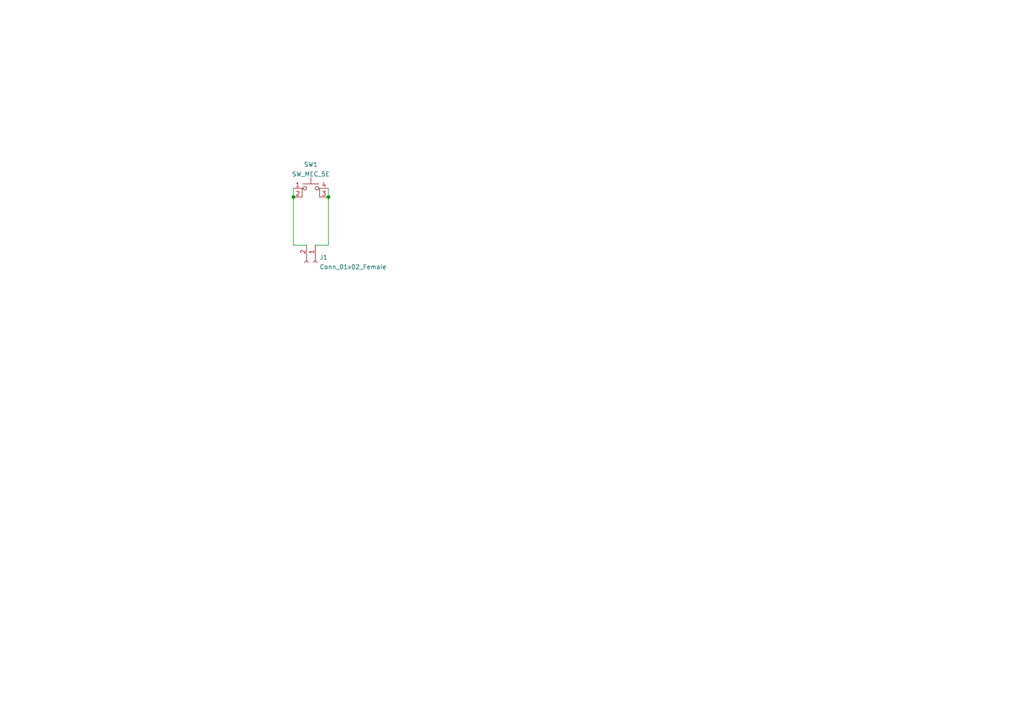
<source format=kicad_sch>
(kicad_sch (version 20211123) (generator eeschema)

  (uuid 93f9a4ec-6178-4177-96ea-b1e29968ed97)

  (paper "A4")

  (lib_symbols
    (symbol "Connector:Conn_01x02_Female" (pin_names (offset 1.016) hide) (in_bom yes) (on_board yes)
      (property "Reference" "J" (id 0) (at 0 2.54 0)
        (effects (font (size 1.27 1.27)))
      )
      (property "Value" "Conn_01x02_Female" (id 1) (at 0 -5.08 0)
        (effects (font (size 1.27 1.27)))
      )
      (property "Footprint" "" (id 2) (at 0 0 0)
        (effects (font (size 1.27 1.27)) hide)
      )
      (property "Datasheet" "~" (id 3) (at 0 0 0)
        (effects (font (size 1.27 1.27)) hide)
      )
      (property "ki_keywords" "connector" (id 4) (at 0 0 0)
        (effects (font (size 1.27 1.27)) hide)
      )
      (property "ki_description" "Generic connector, single row, 01x02, script generated (kicad-library-utils/schlib/autogen/connector/)" (id 5) (at 0 0 0)
        (effects (font (size 1.27 1.27)) hide)
      )
      (property "ki_fp_filters" "Connector*:*_1x??_*" (id 6) (at 0 0 0)
        (effects (font (size 1.27 1.27)) hide)
      )
      (symbol "Conn_01x02_Female_1_1"
        (arc (start 0 -2.032) (mid -0.508 -2.54) (end 0 -3.048)
          (stroke (width 0.1524) (type default) (color 0 0 0 0))
          (fill (type none))
        )
        (polyline
          (pts
            (xy -1.27 -2.54)
            (xy -0.508 -2.54)
          )
          (stroke (width 0.1524) (type default) (color 0 0 0 0))
          (fill (type none))
        )
        (polyline
          (pts
            (xy -1.27 0)
            (xy -0.508 0)
          )
          (stroke (width 0.1524) (type default) (color 0 0 0 0))
          (fill (type none))
        )
        (arc (start 0 0.508) (mid -0.508 0) (end 0 -0.508)
          (stroke (width 0.1524) (type default) (color 0 0 0 0))
          (fill (type none))
        )
        (pin passive line (at -5.08 0 0) (length 3.81)
          (name "Pin_1" (effects (font (size 1.27 1.27))))
          (number "1" (effects (font (size 1.27 1.27))))
        )
        (pin passive line (at -5.08 -2.54 0) (length 3.81)
          (name "Pin_2" (effects (font (size 1.27 1.27))))
          (number "2" (effects (font (size 1.27 1.27))))
        )
      )
    )
    (symbol "Switch:SW_MEC_5E" (pin_names (offset 1.016) hide) (in_bom yes) (on_board yes)
      (property "Reference" "SW" (id 0) (at 0.635 5.715 0)
        (effects (font (size 1.27 1.27)) (justify left))
      )
      (property "Value" "SW_MEC_5E" (id 1) (at 0 -3.175 0)
        (effects (font (size 1.27 1.27)))
      )
      (property "Footprint" "" (id 2) (at 0 7.62 0)
        (effects (font (size 1.27 1.27)) hide)
      )
      (property "Datasheet" "http://www.apem.com/int/index.php?controller=attachment&id_attachment=1371" (id 3) (at 0 7.62 0)
        (effects (font (size 1.27 1.27)) hide)
      )
      (property "ki_keywords" "switch normally-open pushbutton push-button" (id 4) (at 0 0 0)
        (effects (font (size 1.27 1.27)) hide)
      )
      (property "ki_description" "MEC 5E single pole normally-open tactile switch" (id 5) (at 0 0 0)
        (effects (font (size 1.27 1.27)) hide)
      )
      (property "ki_fp_filters" "SW*MEC*5G*" (id 6) (at 0 0 0)
        (effects (font (size 1.27 1.27)) hide)
      )
      (symbol "SW_MEC_5E_0_1"
        (circle (center -1.778 2.54) (radius 0.508)
          (stroke (width 0) (type default) (color 0 0 0 0))
          (fill (type none))
        )
        (polyline
          (pts
            (xy -2.286 3.81)
            (xy 2.286 3.81)
          )
          (stroke (width 0) (type default) (color 0 0 0 0))
          (fill (type none))
        )
        (polyline
          (pts
            (xy 0 3.81)
            (xy 0 5.588)
          )
          (stroke (width 0) (type default) (color 0 0 0 0))
          (fill (type none))
        )
        (polyline
          (pts
            (xy -2.54 0)
            (xy -2.54 2.54)
            (xy -2.286 2.54)
          )
          (stroke (width 0) (type default) (color 0 0 0 0))
          (fill (type none))
        )
        (polyline
          (pts
            (xy 2.54 0)
            (xy 2.54 2.54)
            (xy 2.286 2.54)
          )
          (stroke (width 0) (type default) (color 0 0 0 0))
          (fill (type none))
        )
        (circle (center 1.778 2.54) (radius 0.508)
          (stroke (width 0) (type default) (color 0 0 0 0))
          (fill (type none))
        )
        (pin passive line (at -5.08 2.54 0) (length 2.54)
          (name "1" (effects (font (size 1.27 1.27))))
          (number "1" (effects (font (size 1.27 1.27))))
        )
        (pin passive line (at -5.08 0 0) (length 2.54)
          (name "2" (effects (font (size 1.27 1.27))))
          (number "2" (effects (font (size 1.27 1.27))))
        )
        (pin passive line (at 5.08 0 180) (length 2.54)
          (name "K" (effects (font (size 1.27 1.27))))
          (number "3" (effects (font (size 1.27 1.27))))
        )
        (pin passive line (at 5.08 2.54 180) (length 2.54)
          (name "A" (effects (font (size 1.27 1.27))))
          (number "4" (effects (font (size 1.27 1.27))))
        )
      )
    )
  )

  (junction (at 95.25 57.15) (diameter 0) (color 0 0 0 0)
    (uuid 6c2ea91d-9d21-4f86-b34e-488254f42828)
  )
  (junction (at 85.09 57.15) (diameter 0) (color 0 0 0 0)
    (uuid c9519dbb-7fda-4b2d-904a-05f32731be38)
  )

  (wire (pts (xy 85.09 71.12) (xy 85.09 57.15))
    (stroke (width 0) (type default) (color 0 0 0 0))
    (uuid 468f1465-a526-429e-822b-774275d0ce38)
  )
  (wire (pts (xy 95.25 71.12) (xy 95.25 57.15))
    (stroke (width 0) (type default) (color 0 0 0 0))
    (uuid 4e3b3fe9-0bb8-4770-9e42-7c6ac66f14a3)
  )
  (wire (pts (xy 88.9 71.12) (xy 85.09 71.12))
    (stroke (width 0) (type default) (color 0 0 0 0))
    (uuid 5606c2c9-8d20-49a7-a220-882fb12b6de9)
  )
  (wire (pts (xy 91.44 71.12) (xy 95.25 71.12))
    (stroke (width 0) (type default) (color 0 0 0 0))
    (uuid a0a4be31-0f7e-49c0-8124-7877d5495614)
  )
  (wire (pts (xy 95.25 57.15) (xy 95.25 54.61))
    (stroke (width 0) (type default) (color 0 0 0 0))
    (uuid dc15a2d0-32dc-479c-b484-dca1980e4759)
  )
  (wire (pts (xy 85.09 57.15) (xy 85.09 54.61))
    (stroke (width 0) (type default) (color 0 0 0 0))
    (uuid eb5539f7-1c4d-429b-928b-15d4b3d0598a)
  )

  (symbol (lib_id "Connector:Conn_01x02_Female") (at 91.44 76.2 270) (unit 1)
    (in_bom yes) (on_board yes) (fields_autoplaced)
    (uuid 39bba2de-58c8-476c-98e2-bfd08f6032b9)
    (property "Reference" "J1" (id 0) (at 92.6592 74.6565 90)
      (effects (font (size 1.27 1.27)) (justify left))
    )
    (property "Value" "Conn_01x02_Female" (id 1) (at 92.6592 77.4316 90)
      (effects (font (size 1.27 1.27)) (justify left))
    )
    (property "Footprint" "" (id 2) (at 91.44 76.2 0)
      (effects (font (size 1.27 1.27)) hide)
    )
    (property "Datasheet" "~" (id 3) (at 91.44 76.2 0)
      (effects (font (size 1.27 1.27)) hide)
    )
    (pin "1" (uuid 495b9f3e-72d4-4443-8d1b-2b95612acb36))
    (pin "2" (uuid a498800d-c7f2-4a17-96da-2f9a8f6ad361))
  )

  (symbol (lib_id "Switch:SW_MEC_5E") (at 90.17 57.15 0) (unit 1)
    (in_bom yes) (on_board yes) (fields_autoplaced)
    (uuid e002a979-85bc-451a-a77b-29ce2a8f19f9)
    (property "Reference" "SW1" (id 0) (at 90.17 47.7225 0))
    (property "Value" "SW_MEC_5E" (id 1) (at 90.17 50.4976 0))
    (property "Footprint" "" (id 2) (at 90.17 49.53 0)
      (effects (font (size 1.27 1.27)) hide)
    )
    (property "Datasheet" "http://www.apem.com/int/index.php?controller=attachment&id_attachment=1371" (id 3) (at 90.17 49.53 0)
      (effects (font (size 1.27 1.27)) hide)
    )
    (pin "1" (uuid ef3a2f4c-5879-4e98-ad30-6b8614410fba))
    (pin "2" (uuid 3f43c2dc-daa2-45ba-b8ca-7ae5aebed882))
    (pin "3" (uuid e1fe6230-75c5-4750-aaea-24a9b80589d8))
    (pin "4" (uuid c482f4f0-b441-4301-a9f1-c7f9e511d699))
  )

  (sheet_instances
    (path "/" (page "1"))
  )

  (symbol_instances
    (path "/39bba2de-58c8-476c-98e2-bfd08f6032b9"
      (reference "J1") (unit 1) (value "Conn_01x02_Female") (footprint "")
    )
    (path "/e002a979-85bc-451a-a77b-29ce2a8f19f9"
      (reference "SW1") (unit 1) (value "SW_MEC_5E") (footprint "")
    )
  )
)

</source>
